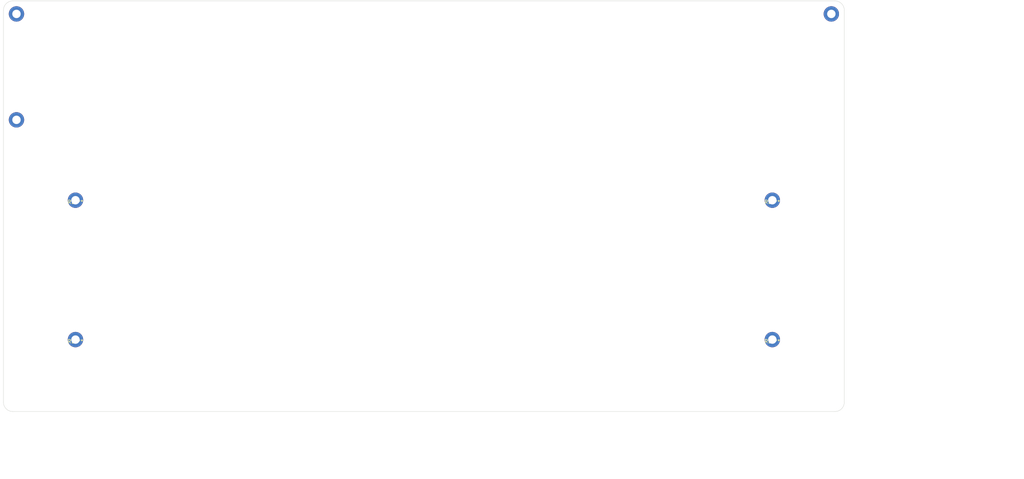
<source format=kicad_pcb>
(kicad_pcb (version 20211014) (generator pcbnew)
  (layers (0 "F.Cu" signal) (31 "B.Cu" signal) (34 "B.Paste" user) (35 "F.Paste" user) (36 "B.SilkS" user "B.Silkscreen") (37 "F.SilkS" user "F.Silkscreen") (38 "B.Mask" user) (39 "F.Mask" user) (44 "Edge.Cuts" user))
  (net 0 "")
  (footprint "kbd:M2_Hole_TH" (layer "F.Cu") (at 47.625 123.063)
    (fp_text reference "REF**" (at 0 0.5) (layer "F.SilkS"))
    (fp_text value "M2_Hole_TH")
    (pad "" thru_hole circle locked (at 0 0) (size 4.2 4.2) (drill 2.3) (layers *.Cu *.Mask))
  )
  (footprint "kbd:M2_Hole_TH" (layer "F.Cu") (at 238.125 123.063)
    (fp_text reference "REF**" (at 0 0.5) (layer "F.SilkS"))
    (fp_text value "M2_Hole_TH")
    (pad "" thru_hole circle locked (at 0 0) (size 4.2 4.2) (drill 2.3) (layers *.Cu *.Mask))
  )
  (footprint "kbd:M2_Hole_TH" (layer "F.Cu") (at 31.496 34.036)
    (fp_text reference "REF**" hide)
    (fp_text value "M2_Hole_TH")
    (pad "" thru_hole circle locked (at 0 0) (size 4.2 4.2) (drill 2.3) (layers *.Cu *.Mask))
  )
  (footprint "kbd:M2_Hole_TH" (layer "F.Cu") (at 254.254 34.036)
    (fp_text reference "REF**" hide)
    (fp_text value "M2_Hole_TH")
    (pad "" thru_hole circle locked (at 0 0) (size 4.2 4.2) (drill 2.3) (layers *.Cu *.Mask))
  )
  (footprint "kbd:M2_Hole_TH" (layer "F.Cu") (at 238.125 84.963)
    (fp_text reference "REF**" (at 0 0.5) (layer "F.SilkS"))
    (fp_text value "M2_Hole_TH")
    (pad "" thru_hole circle locked (at 0 0) (size 4.2 4.2) (drill 2.3) (layers *.Cu *.Mask))
  )
  (footprint "kbd:M2_Hole_TH" (layer "F.Cu") (at 31.496 62.992)
    (fp_text reference "REF**" hide)
    (fp_text value "M2_Hole_TH")
    (pad "" thru_hole circle locked (at 0 0) (size 4.2 4.2) (drill 2.3) (layers *.Cu *.Mask))
  )
  (footprint "kbd:M2_Hole_TH" (layer "F.Cu") (at 47.625 84.963)
    (fp_text reference "REF**" (at 0 0.5) (layer "F.SilkS"))
    (fp_text value "M2_Hole_TH")
    (pad "" thru_hole circle locked (at 0 0) (size 4.2 4.2) (drill 2.3) (layers *.Cu *.Mask))
  )
  (gr_arc (start 257.791949 140.189949) (mid 257.048 141.986) (end 255.251949 142.729949) (layer "Edge.Cuts") (width 0.1))
  (gr_line (start 255.251949 142.729949) (end 30.48 142.729949) (layer "Edge.Cuts") (width 0.1))
  (gr_line (start 30.48 30.48) (end 255.251949 30.48) (layer "Edge.Cuts") (width 0.1))
  (gr_arc (start 27.94 33.02) (mid 28.683949 31.223949) (end 30.48 30.48) (layer "Edge.Cuts") (width 0.1))
  (gr_arc (start 30.48 142.729949) (mid 28.683949 141.986) (end 27.94 140.189949) (layer "Edge.Cuts") (width 0.1))
  (gr_arc (start 255.251949 30.48) (mid 257.048 31.223949) (end 257.791949 33.02) (layer "Edge.Cuts") (width 0.1))
  (gr_line (start 27.94 140.189949) (end 27.94 33.02) (layer "Edge.Cuts") (width 0.1))
  (gr_line (start 257.791949 33.02) (end 257.791949 140.189949) (layer "Edge.Cuts") (width 0.1))
)
</source>
